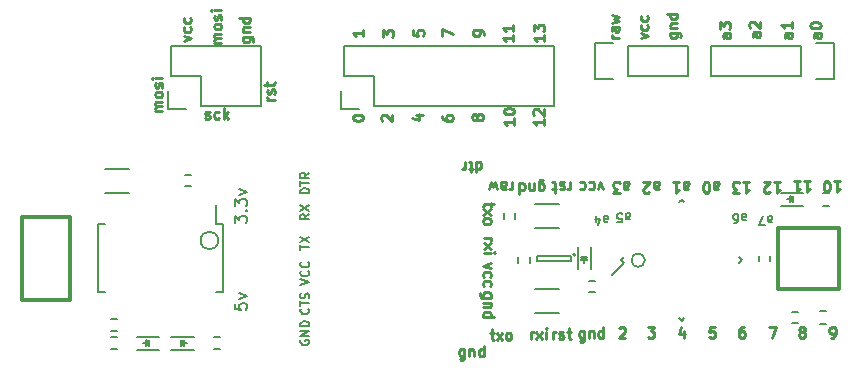
<source format=gto>
G04 #@! TF.FileFunction,Legend,Top*
%FSLAX46Y46*%
G04 Gerber Fmt 4.6, Leading zero omitted, Abs format (unit mm)*
G04 Created by KiCad (PCBNEW 4.0.0-stable) date Wednesday, February 03, 2016 'PMt' 01:26:16 PM*
%MOMM*%
G01*
G04 APERTURE LIST*
%ADD10C,0.100000*%
%ADD11C,0.225000*%
%ADD12C,0.187500*%
%ADD13C,0.350000*%
%ADD14C,0.150000*%
%ADD15C,0.300000*%
%ADD16C,0.127000*%
G04 APERTURE END LIST*
D10*
D11*
X126807143Y-110571429D02*
X126807143Y-111085714D01*
X126807143Y-110828572D02*
X125907143Y-110828572D01*
X126035714Y-110914286D01*
X126121429Y-111000000D01*
X126164286Y-111085714D01*
X125992857Y-110228571D02*
X125950000Y-110185714D01*
X125907143Y-110100000D01*
X125907143Y-109885714D01*
X125950000Y-109800000D01*
X125992857Y-109757143D01*
X126078571Y-109714286D01*
X126164286Y-109714286D01*
X126292857Y-109757143D01*
X126807143Y-110271429D01*
X126807143Y-109714286D01*
X124307143Y-110521429D02*
X124307143Y-111035714D01*
X124307143Y-110778572D02*
X123407143Y-110778572D01*
X123535714Y-110864286D01*
X123621429Y-110950000D01*
X123664286Y-111035714D01*
X123407143Y-109964286D02*
X123407143Y-109878571D01*
X123450000Y-109792857D01*
X123492857Y-109750000D01*
X123578571Y-109707143D01*
X123750000Y-109664286D01*
X123964286Y-109664286D01*
X124135714Y-109707143D01*
X124221429Y-109750000D01*
X124264286Y-109792857D01*
X124307143Y-109878571D01*
X124307143Y-109964286D01*
X124264286Y-110050000D01*
X124221429Y-110092857D01*
X124135714Y-110135714D01*
X123964286Y-110178571D01*
X123750000Y-110178571D01*
X123578571Y-110135714D01*
X123492857Y-110092857D01*
X123450000Y-110050000D01*
X123407143Y-109964286D01*
X121142857Y-110485714D02*
X121100000Y-110571428D01*
X121057143Y-110614285D01*
X120971429Y-110657142D01*
X120928571Y-110657142D01*
X120842857Y-110614285D01*
X120800000Y-110571428D01*
X120757143Y-110485714D01*
X120757143Y-110314285D01*
X120800000Y-110228571D01*
X120842857Y-110185714D01*
X120928571Y-110142857D01*
X120971429Y-110142857D01*
X121057143Y-110185714D01*
X121100000Y-110228571D01*
X121142857Y-110314285D01*
X121142857Y-110485714D01*
X121185714Y-110571428D01*
X121228571Y-110614285D01*
X121314286Y-110657142D01*
X121485714Y-110657142D01*
X121571429Y-110614285D01*
X121614286Y-110571428D01*
X121657143Y-110485714D01*
X121657143Y-110314285D01*
X121614286Y-110228571D01*
X121571429Y-110185714D01*
X121485714Y-110142857D01*
X121314286Y-110142857D01*
X121228571Y-110185714D01*
X121185714Y-110228571D01*
X121142857Y-110314285D01*
X118207143Y-110278571D02*
X118207143Y-110450000D01*
X118250000Y-110535714D01*
X118292857Y-110578571D01*
X118421429Y-110664285D01*
X118592857Y-110707142D01*
X118935714Y-110707142D01*
X119021429Y-110664285D01*
X119064286Y-110621428D01*
X119107143Y-110535714D01*
X119107143Y-110364285D01*
X119064286Y-110278571D01*
X119021429Y-110235714D01*
X118935714Y-110192857D01*
X118721429Y-110192857D01*
X118635714Y-110235714D01*
X118592857Y-110278571D01*
X118550000Y-110364285D01*
X118550000Y-110535714D01*
X118592857Y-110621428D01*
X118635714Y-110664285D01*
X118721429Y-110707142D01*
X115957143Y-110228571D02*
X116557143Y-110228571D01*
X115614286Y-110442857D02*
X116257143Y-110657142D01*
X116257143Y-110100000D01*
X113142857Y-110707142D02*
X113100000Y-110664285D01*
X113057143Y-110578571D01*
X113057143Y-110364285D01*
X113100000Y-110278571D01*
X113142857Y-110235714D01*
X113228571Y-110192857D01*
X113314286Y-110192857D01*
X113442857Y-110235714D01*
X113957143Y-110750000D01*
X113957143Y-110192857D01*
X110607143Y-110492857D02*
X110607143Y-110407142D01*
X110650000Y-110321428D01*
X110692857Y-110278571D01*
X110778571Y-110235714D01*
X110950000Y-110192857D01*
X111164286Y-110192857D01*
X111335714Y-110235714D01*
X111421429Y-110278571D01*
X111464286Y-110321428D01*
X111507143Y-110407142D01*
X111507143Y-110492857D01*
X111464286Y-110578571D01*
X111421429Y-110621428D01*
X111335714Y-110664285D01*
X111164286Y-110707142D01*
X110950000Y-110707142D01*
X110778571Y-110664285D01*
X110692857Y-110621428D01*
X110650000Y-110578571D01*
X110607143Y-110492857D01*
X126857143Y-103421429D02*
X126857143Y-103935714D01*
X126857143Y-103678572D02*
X125957143Y-103678572D01*
X126085714Y-103764286D01*
X126171429Y-103850000D01*
X126214286Y-103935714D01*
X125957143Y-103121429D02*
X125957143Y-102564286D01*
X126300000Y-102864286D01*
X126300000Y-102735714D01*
X126342857Y-102650000D01*
X126385714Y-102607143D01*
X126471429Y-102564286D01*
X126685714Y-102564286D01*
X126771429Y-102607143D01*
X126814286Y-102650000D01*
X126857143Y-102735714D01*
X126857143Y-102992857D01*
X126814286Y-103078571D01*
X126771429Y-103121429D01*
X124207143Y-103421429D02*
X124207143Y-103935714D01*
X124207143Y-103678572D02*
X123307143Y-103678572D01*
X123435714Y-103764286D01*
X123521429Y-103850000D01*
X123564286Y-103935714D01*
X124207143Y-102564286D02*
X124207143Y-103078571D01*
X124207143Y-102821429D02*
X123307143Y-102821429D01*
X123435714Y-102907143D01*
X123521429Y-102992857D01*
X123564286Y-103078571D01*
X121707143Y-103421428D02*
X121707143Y-103250000D01*
X121664286Y-103164285D01*
X121621429Y-103121428D01*
X121492857Y-103035714D01*
X121321429Y-102992857D01*
X120978571Y-102992857D01*
X120892857Y-103035714D01*
X120850000Y-103078571D01*
X120807143Y-103164285D01*
X120807143Y-103335714D01*
X120850000Y-103421428D01*
X120892857Y-103464285D01*
X120978571Y-103507142D01*
X121192857Y-103507142D01*
X121278571Y-103464285D01*
X121321429Y-103421428D01*
X121364286Y-103335714D01*
X121364286Y-103164285D01*
X121321429Y-103078571D01*
X121278571Y-103035714D01*
X121192857Y-102992857D01*
X118207143Y-103550000D02*
X118207143Y-102950000D01*
X119107143Y-103335714D01*
X115757143Y-103035714D02*
X115757143Y-103464285D01*
X116185714Y-103507142D01*
X116142857Y-103464285D01*
X116100000Y-103378571D01*
X116100000Y-103164285D01*
X116142857Y-103078571D01*
X116185714Y-103035714D01*
X116271429Y-102992857D01*
X116485714Y-102992857D01*
X116571429Y-103035714D01*
X116614286Y-103078571D01*
X116657143Y-103164285D01*
X116657143Y-103378571D01*
X116614286Y-103464285D01*
X116571429Y-103507142D01*
X113157143Y-103600000D02*
X113157143Y-103042857D01*
X113500000Y-103342857D01*
X113500000Y-103214285D01*
X113542857Y-103128571D01*
X113585714Y-103085714D01*
X113671429Y-103042857D01*
X113885714Y-103042857D01*
X113971429Y-103085714D01*
X114014286Y-103128571D01*
X114057143Y-103214285D01*
X114057143Y-103471428D01*
X114014286Y-103557142D01*
X113971429Y-103600000D01*
X111507143Y-103042857D02*
X111507143Y-103557142D01*
X111507143Y-103300000D02*
X110607143Y-103300000D01*
X110735714Y-103385714D01*
X110821429Y-103471428D01*
X110864286Y-103557142D01*
X104007143Y-108935714D02*
X103407143Y-108935714D01*
X103578571Y-108935714D02*
X103492857Y-108892857D01*
X103450000Y-108850000D01*
X103407143Y-108764286D01*
X103407143Y-108678571D01*
X103964286Y-108421428D02*
X104007143Y-108335714D01*
X104007143Y-108164286D01*
X103964286Y-108078571D01*
X103878571Y-108035714D01*
X103835714Y-108035714D01*
X103750000Y-108078571D01*
X103707143Y-108164286D01*
X103707143Y-108292857D01*
X103664286Y-108378571D01*
X103578571Y-108421428D01*
X103535714Y-108421428D01*
X103450000Y-108378571D01*
X103407143Y-108292857D01*
X103407143Y-108164286D01*
X103450000Y-108078571D01*
X103407143Y-107778572D02*
X103407143Y-107435715D01*
X103107143Y-107650000D02*
X103878571Y-107650000D01*
X103964286Y-107607143D01*
X104007143Y-107521429D01*
X104007143Y-107435715D01*
X98157144Y-110514286D02*
X98242858Y-110557143D01*
X98414286Y-110557143D01*
X98500001Y-110514286D01*
X98542858Y-110428571D01*
X98542858Y-110385714D01*
X98500001Y-110300000D01*
X98414286Y-110257143D01*
X98285715Y-110257143D01*
X98200001Y-110214286D01*
X98157144Y-110128571D01*
X98157144Y-110085714D01*
X98200001Y-110000000D01*
X98285715Y-109957143D01*
X98414286Y-109957143D01*
X98500001Y-110000000D01*
X99314286Y-110514286D02*
X99228572Y-110557143D01*
X99057143Y-110557143D01*
X98971429Y-110514286D01*
X98928572Y-110471429D01*
X98885715Y-110385714D01*
X98885715Y-110128571D01*
X98928572Y-110042857D01*
X98971429Y-110000000D01*
X99057143Y-109957143D01*
X99228572Y-109957143D01*
X99314286Y-110000000D01*
X99700001Y-110557143D02*
X99700001Y-109657143D01*
X99785715Y-110214286D02*
X100042858Y-110557143D01*
X100042858Y-109957143D02*
X99700001Y-110300000D01*
X94507143Y-109871428D02*
X93907143Y-109871428D01*
X93992857Y-109871428D02*
X93950000Y-109828571D01*
X93907143Y-109742857D01*
X93907143Y-109614285D01*
X93950000Y-109528571D01*
X94035714Y-109485714D01*
X94507143Y-109485714D01*
X94035714Y-109485714D02*
X93950000Y-109442857D01*
X93907143Y-109357143D01*
X93907143Y-109228571D01*
X93950000Y-109142857D01*
X94035714Y-109100000D01*
X94507143Y-109100000D01*
X94507143Y-108542857D02*
X94464286Y-108628571D01*
X94421429Y-108671428D01*
X94335714Y-108714285D01*
X94078571Y-108714285D01*
X93992857Y-108671428D01*
X93950000Y-108628571D01*
X93907143Y-108542857D01*
X93907143Y-108414285D01*
X93950000Y-108328571D01*
X93992857Y-108285714D01*
X94078571Y-108242857D01*
X94335714Y-108242857D01*
X94421429Y-108285714D01*
X94464286Y-108328571D01*
X94507143Y-108414285D01*
X94507143Y-108542857D01*
X94464286Y-107899999D02*
X94507143Y-107814285D01*
X94507143Y-107642857D01*
X94464286Y-107557142D01*
X94378571Y-107514285D01*
X94335714Y-107514285D01*
X94250000Y-107557142D01*
X94207143Y-107642857D01*
X94207143Y-107771428D01*
X94164286Y-107857142D01*
X94078571Y-107899999D01*
X94035714Y-107899999D01*
X93950000Y-107857142D01*
X93907143Y-107771428D01*
X93907143Y-107642857D01*
X93950000Y-107557142D01*
X94507143Y-107128571D02*
X93907143Y-107128571D01*
X93607143Y-107128571D02*
X93650000Y-107171428D01*
X93692857Y-107128571D01*
X93650000Y-107085714D01*
X93607143Y-107128571D01*
X93692857Y-107128571D01*
X99507143Y-104121428D02*
X98907143Y-104121428D01*
X98992857Y-104121428D02*
X98950000Y-104078571D01*
X98907143Y-103992857D01*
X98907143Y-103864285D01*
X98950000Y-103778571D01*
X99035714Y-103735714D01*
X99507143Y-103735714D01*
X99035714Y-103735714D02*
X98950000Y-103692857D01*
X98907143Y-103607143D01*
X98907143Y-103478571D01*
X98950000Y-103392857D01*
X99035714Y-103350000D01*
X99507143Y-103350000D01*
X99507143Y-102792857D02*
X99464286Y-102878571D01*
X99421429Y-102921428D01*
X99335714Y-102964285D01*
X99078571Y-102964285D01*
X98992857Y-102921428D01*
X98950000Y-102878571D01*
X98907143Y-102792857D01*
X98907143Y-102664285D01*
X98950000Y-102578571D01*
X98992857Y-102535714D01*
X99078571Y-102492857D01*
X99335714Y-102492857D01*
X99421429Y-102535714D01*
X99464286Y-102578571D01*
X99507143Y-102664285D01*
X99507143Y-102792857D01*
X99464286Y-102149999D02*
X99507143Y-102064285D01*
X99507143Y-101892857D01*
X99464286Y-101807142D01*
X99378571Y-101764285D01*
X99335714Y-101764285D01*
X99250000Y-101807142D01*
X99207143Y-101892857D01*
X99207143Y-102021428D01*
X99164286Y-102107142D01*
X99078571Y-102149999D01*
X99035714Y-102149999D01*
X98950000Y-102107142D01*
X98907143Y-102021428D01*
X98907143Y-101892857D01*
X98950000Y-101807142D01*
X99507143Y-101378571D02*
X98907143Y-101378571D01*
X98607143Y-101378571D02*
X98650000Y-101421428D01*
X98692857Y-101378571D01*
X98650000Y-101335714D01*
X98607143Y-101378571D01*
X98692857Y-101378571D01*
X101307143Y-103621429D02*
X102035714Y-103621429D01*
X102121429Y-103664286D01*
X102164286Y-103707143D01*
X102207143Y-103792858D01*
X102207143Y-103921429D01*
X102164286Y-104007143D01*
X101864286Y-103621429D02*
X101907143Y-103707143D01*
X101907143Y-103878572D01*
X101864286Y-103964286D01*
X101821429Y-104007143D01*
X101735714Y-104050000D01*
X101478571Y-104050000D01*
X101392857Y-104007143D01*
X101350000Y-103964286D01*
X101307143Y-103878572D01*
X101307143Y-103707143D01*
X101350000Y-103621429D01*
X101307143Y-103192857D02*
X101907143Y-103192857D01*
X101392857Y-103192857D02*
X101350000Y-103150000D01*
X101307143Y-103064286D01*
X101307143Y-102935714D01*
X101350000Y-102850000D01*
X101435714Y-102807143D01*
X101907143Y-102807143D01*
X101907143Y-101992857D02*
X101007143Y-101992857D01*
X101864286Y-101992857D02*
X101907143Y-102078571D01*
X101907143Y-102250000D01*
X101864286Y-102335714D01*
X101821429Y-102378571D01*
X101735714Y-102421428D01*
X101478571Y-102421428D01*
X101392857Y-102378571D01*
X101350000Y-102335714D01*
X101307143Y-102250000D01*
X101307143Y-102078571D01*
X101350000Y-101992857D01*
X96307143Y-103935715D02*
X96907143Y-103721429D01*
X96307143Y-103507143D01*
X96864286Y-102778572D02*
X96907143Y-102864286D01*
X96907143Y-103035715D01*
X96864286Y-103121429D01*
X96821429Y-103164286D01*
X96735714Y-103207143D01*
X96478571Y-103207143D01*
X96392857Y-103164286D01*
X96350000Y-103121429D01*
X96307143Y-103035715D01*
X96307143Y-102864286D01*
X96350000Y-102778572D01*
X96864286Y-102007143D02*
X96907143Y-102092857D01*
X96907143Y-102264286D01*
X96864286Y-102350000D01*
X96821429Y-102392857D01*
X96735714Y-102435714D01*
X96478571Y-102435714D01*
X96392857Y-102392857D01*
X96350000Y-102350000D01*
X96307143Y-102264286D01*
X96307143Y-102092857D01*
X96350000Y-102007143D01*
X150257143Y-103285714D02*
X149785714Y-103285714D01*
X149700000Y-103328571D01*
X149657143Y-103414285D01*
X149657143Y-103585714D01*
X149700000Y-103671428D01*
X150214286Y-103285714D02*
X150257143Y-103371428D01*
X150257143Y-103585714D01*
X150214286Y-103671428D01*
X150128571Y-103714285D01*
X150042857Y-103714285D01*
X149957143Y-103671428D01*
X149914286Y-103585714D01*
X149914286Y-103371428D01*
X149871429Y-103285714D01*
X149357143Y-102685714D02*
X149357143Y-102599999D01*
X149400000Y-102514285D01*
X149442857Y-102471428D01*
X149528571Y-102428571D01*
X149700000Y-102385714D01*
X149914286Y-102385714D01*
X150085714Y-102428571D01*
X150171429Y-102471428D01*
X150214286Y-102514285D01*
X150257143Y-102599999D01*
X150257143Y-102685714D01*
X150214286Y-102771428D01*
X150171429Y-102814285D01*
X150085714Y-102857142D01*
X149914286Y-102899999D01*
X149700000Y-102899999D01*
X149528571Y-102857142D01*
X149442857Y-102814285D01*
X149400000Y-102771428D01*
X149357143Y-102685714D01*
X147807143Y-103285714D02*
X147335714Y-103285714D01*
X147250000Y-103328571D01*
X147207143Y-103414285D01*
X147207143Y-103585714D01*
X147250000Y-103671428D01*
X147764286Y-103285714D02*
X147807143Y-103371428D01*
X147807143Y-103585714D01*
X147764286Y-103671428D01*
X147678571Y-103714285D01*
X147592857Y-103714285D01*
X147507143Y-103671428D01*
X147464286Y-103585714D01*
X147464286Y-103371428D01*
X147421429Y-103285714D01*
X147807143Y-102385714D02*
X147807143Y-102899999D01*
X147807143Y-102642857D02*
X146907143Y-102642857D01*
X147035714Y-102728571D01*
X147121429Y-102814285D01*
X147164286Y-102899999D01*
X145107143Y-103235714D02*
X144635714Y-103235714D01*
X144550000Y-103278571D01*
X144507143Y-103364285D01*
X144507143Y-103535714D01*
X144550000Y-103621428D01*
X145064286Y-103235714D02*
X145107143Y-103321428D01*
X145107143Y-103535714D01*
X145064286Y-103621428D01*
X144978571Y-103664285D01*
X144892857Y-103664285D01*
X144807143Y-103621428D01*
X144764286Y-103535714D01*
X144764286Y-103321428D01*
X144721429Y-103235714D01*
X144292857Y-102849999D02*
X144250000Y-102807142D01*
X144207143Y-102721428D01*
X144207143Y-102507142D01*
X144250000Y-102421428D01*
X144292857Y-102378571D01*
X144378571Y-102335714D01*
X144464286Y-102335714D01*
X144592857Y-102378571D01*
X145107143Y-102892857D01*
X145107143Y-102335714D01*
X142607143Y-103285714D02*
X142135714Y-103285714D01*
X142050000Y-103328571D01*
X142007143Y-103414285D01*
X142007143Y-103585714D01*
X142050000Y-103671428D01*
X142564286Y-103285714D02*
X142607143Y-103371428D01*
X142607143Y-103585714D01*
X142564286Y-103671428D01*
X142478571Y-103714285D01*
X142392857Y-103714285D01*
X142307143Y-103671428D01*
X142264286Y-103585714D01*
X142264286Y-103371428D01*
X142221429Y-103285714D01*
X141707143Y-102942857D02*
X141707143Y-102385714D01*
X142050000Y-102685714D01*
X142050000Y-102557142D01*
X142092857Y-102471428D01*
X142135714Y-102428571D01*
X142221429Y-102385714D01*
X142435714Y-102385714D01*
X142521429Y-102428571D01*
X142564286Y-102471428D01*
X142607143Y-102557142D01*
X142607143Y-102814285D01*
X142564286Y-102899999D01*
X142521429Y-102942857D01*
X137507143Y-103271429D02*
X138235714Y-103271429D01*
X138321429Y-103314286D01*
X138364286Y-103357143D01*
X138407143Y-103442858D01*
X138407143Y-103571429D01*
X138364286Y-103657143D01*
X138064286Y-103271429D02*
X138107143Y-103357143D01*
X138107143Y-103528572D01*
X138064286Y-103614286D01*
X138021429Y-103657143D01*
X137935714Y-103700000D01*
X137678571Y-103700000D01*
X137592857Y-103657143D01*
X137550000Y-103614286D01*
X137507143Y-103528572D01*
X137507143Y-103357143D01*
X137550000Y-103271429D01*
X137507143Y-102842857D02*
X138107143Y-102842857D01*
X137592857Y-102842857D02*
X137550000Y-102800000D01*
X137507143Y-102714286D01*
X137507143Y-102585714D01*
X137550000Y-102500000D01*
X137635714Y-102457143D01*
X138107143Y-102457143D01*
X138107143Y-101642857D02*
X137207143Y-101642857D01*
X138064286Y-101642857D02*
X138107143Y-101728571D01*
X138107143Y-101900000D01*
X138064286Y-101985714D01*
X138021429Y-102028571D01*
X137935714Y-102071428D01*
X137678571Y-102071428D01*
X137592857Y-102028571D01*
X137550000Y-101985714D01*
X137507143Y-101900000D01*
X137507143Y-101728571D01*
X137550000Y-101642857D01*
X135007143Y-103735715D02*
X135607143Y-103521429D01*
X135007143Y-103307143D01*
X135564286Y-102578572D02*
X135607143Y-102664286D01*
X135607143Y-102835715D01*
X135564286Y-102921429D01*
X135521429Y-102964286D01*
X135435714Y-103007143D01*
X135178571Y-103007143D01*
X135092857Y-102964286D01*
X135050000Y-102921429D01*
X135007143Y-102835715D01*
X135007143Y-102664286D01*
X135050000Y-102578572D01*
X135564286Y-101807143D02*
X135607143Y-101892857D01*
X135607143Y-102064286D01*
X135564286Y-102150000D01*
X135521429Y-102192857D01*
X135435714Y-102235714D01*
X135178571Y-102235714D01*
X135092857Y-102192857D01*
X135050000Y-102150000D01*
X135007143Y-102064286D01*
X135007143Y-101892857D01*
X135050000Y-101807143D01*
X133157143Y-103692857D02*
X132557143Y-103692857D01*
X132728571Y-103692857D02*
X132642857Y-103650000D01*
X132600000Y-103607143D01*
X132557143Y-103521429D01*
X132557143Y-103435714D01*
X133157143Y-102750000D02*
X132685714Y-102750000D01*
X132600000Y-102792857D01*
X132557143Y-102878571D01*
X132557143Y-103050000D01*
X132600000Y-103135714D01*
X133114286Y-102750000D02*
X133157143Y-102835714D01*
X133157143Y-103050000D01*
X133114286Y-103135714D01*
X133028571Y-103178571D01*
X132942857Y-103178571D01*
X132857143Y-103135714D01*
X132814286Y-103050000D01*
X132814286Y-102835714D01*
X132771429Y-102750000D01*
X132557143Y-102407143D02*
X133157143Y-102235714D01*
X132728571Y-102064285D01*
X133157143Y-101892857D01*
X132557143Y-101721428D01*
D12*
X131896428Y-118760714D02*
X131896428Y-119153571D01*
X131932142Y-119225000D01*
X132003571Y-119260714D01*
X132146428Y-119260714D01*
X132217857Y-119225000D01*
X131896428Y-118796429D02*
X131967857Y-118760714D01*
X132146428Y-118760714D01*
X132217857Y-118796429D01*
X132253571Y-118867857D01*
X132253571Y-118939286D01*
X132217857Y-119010714D01*
X132146428Y-119046429D01*
X131967857Y-119046429D01*
X131896428Y-119082143D01*
X131217857Y-119260714D02*
X131217857Y-118760714D01*
X131396428Y-119546429D02*
X131575000Y-119010714D01*
X131110714Y-119010714D01*
X133746428Y-118560714D02*
X133746428Y-118953571D01*
X133782142Y-119025000D01*
X133853571Y-119060714D01*
X133996428Y-119060714D01*
X134067857Y-119025000D01*
X133746428Y-118596429D02*
X133817857Y-118560714D01*
X133996428Y-118560714D01*
X134067857Y-118596429D01*
X134103571Y-118667857D01*
X134103571Y-118739286D01*
X134067857Y-118810714D01*
X133996428Y-118846429D01*
X133817857Y-118846429D01*
X133746428Y-118882143D01*
X133032143Y-119310714D02*
X133389286Y-119310714D01*
X133425000Y-118953571D01*
X133389286Y-118989286D01*
X133317857Y-119025000D01*
X133139286Y-119025000D01*
X133067857Y-118989286D01*
X133032143Y-118953571D01*
X132996428Y-118882143D01*
X132996428Y-118703571D01*
X133032143Y-118632143D01*
X133067857Y-118596429D01*
X133139286Y-118560714D01*
X133317857Y-118560714D01*
X133389286Y-118596429D01*
X133425000Y-118632143D01*
X143596428Y-118610714D02*
X143596428Y-119003571D01*
X143632142Y-119075000D01*
X143703571Y-119110714D01*
X143846428Y-119110714D01*
X143917857Y-119075000D01*
X143596428Y-118646429D02*
X143667857Y-118610714D01*
X143846428Y-118610714D01*
X143917857Y-118646429D01*
X143953571Y-118717857D01*
X143953571Y-118789286D01*
X143917857Y-118860714D01*
X143846428Y-118896429D01*
X143667857Y-118896429D01*
X143596428Y-118932143D01*
X142917857Y-119360714D02*
X143060714Y-119360714D01*
X143132143Y-119325000D01*
X143167857Y-119289286D01*
X143239286Y-119182143D01*
X143275000Y-119039286D01*
X143275000Y-118753571D01*
X143239286Y-118682143D01*
X143203571Y-118646429D01*
X143132143Y-118610714D01*
X142989286Y-118610714D01*
X142917857Y-118646429D01*
X142882143Y-118682143D01*
X142846428Y-118753571D01*
X142846428Y-118932143D01*
X142882143Y-119003571D01*
X142917857Y-119039286D01*
X142989286Y-119075000D01*
X143132143Y-119075000D01*
X143203571Y-119039286D01*
X143239286Y-119003571D01*
X143275000Y-118932143D01*
X145796428Y-118810714D02*
X145796428Y-119203571D01*
X145832142Y-119275000D01*
X145903571Y-119310714D01*
X146046428Y-119310714D01*
X146117857Y-119275000D01*
X145796428Y-118846429D02*
X145867857Y-118810714D01*
X146046428Y-118810714D01*
X146117857Y-118846429D01*
X146153571Y-118917857D01*
X146153571Y-118989286D01*
X146117857Y-119060714D01*
X146046428Y-119096429D01*
X145867857Y-119096429D01*
X145796428Y-119132143D01*
X145510714Y-119560714D02*
X145010714Y-119560714D01*
X145332143Y-118810714D01*
D11*
X121092857Y-114192857D02*
X121092857Y-115092857D01*
X121092857Y-114235714D02*
X121178571Y-114192857D01*
X121350000Y-114192857D01*
X121435714Y-114235714D01*
X121478571Y-114278571D01*
X121521428Y-114364286D01*
X121521428Y-114621429D01*
X121478571Y-114707143D01*
X121435714Y-114750000D01*
X121350000Y-114792857D01*
X121178571Y-114792857D01*
X121092857Y-114750000D01*
X120792857Y-114792857D02*
X120450000Y-114792857D01*
X120664285Y-115092857D02*
X120664285Y-114321429D01*
X120621428Y-114235714D01*
X120535714Y-114192857D01*
X120450000Y-114192857D01*
X120149999Y-114192857D02*
X120149999Y-114792857D01*
X120149999Y-114621429D02*
X120107142Y-114707143D01*
X120064285Y-114750000D01*
X119978571Y-114792857D01*
X119892856Y-114792857D01*
X122292857Y-117657143D02*
X122292857Y-118000000D01*
X122592857Y-117785715D02*
X121821429Y-117785715D01*
X121735714Y-117828572D01*
X121692857Y-117914286D01*
X121692857Y-118000000D01*
X121692857Y-118214286D02*
X122292857Y-118685715D01*
X122292857Y-118214286D02*
X121692857Y-118685715D01*
X121692857Y-119157143D02*
X121735714Y-119071429D01*
X121778571Y-119028572D01*
X121864286Y-118985715D01*
X122121429Y-118985715D01*
X122207143Y-119028572D01*
X122250000Y-119071429D01*
X122292857Y-119157143D01*
X122292857Y-119285715D01*
X122250000Y-119371429D01*
X122207143Y-119414286D01*
X122121429Y-119457143D01*
X121864286Y-119457143D01*
X121778571Y-119414286D01*
X121735714Y-119371429D01*
X121692857Y-119285715D01*
X121692857Y-119157143D01*
X121742857Y-120607144D02*
X122342857Y-120607144D01*
X122171429Y-120607144D02*
X122257143Y-120650001D01*
X122300000Y-120692858D01*
X122342857Y-120778572D01*
X122342857Y-120864287D01*
X121742857Y-121078572D02*
X122342857Y-121550001D01*
X122342857Y-121078572D02*
X121742857Y-121550001D01*
X121742857Y-121892858D02*
X122342857Y-121892858D01*
X122642857Y-121892858D02*
X122600000Y-121850001D01*
X122557143Y-121892858D01*
X122600000Y-121935715D01*
X122642857Y-121892858D01*
X122557143Y-121892858D01*
X122292857Y-122764285D02*
X121692857Y-122978571D01*
X122292857Y-123192857D01*
X121735714Y-123921428D02*
X121692857Y-123835714D01*
X121692857Y-123664285D01*
X121735714Y-123578571D01*
X121778571Y-123535714D01*
X121864286Y-123492857D01*
X122121429Y-123492857D01*
X122207143Y-123535714D01*
X122250000Y-123578571D01*
X122292857Y-123664285D01*
X122292857Y-123835714D01*
X122250000Y-123921428D01*
X121735714Y-124692857D02*
X121692857Y-124607143D01*
X121692857Y-124435714D01*
X121735714Y-124350000D01*
X121778571Y-124307143D01*
X121864286Y-124264286D01*
X122121429Y-124264286D01*
X122207143Y-124307143D01*
X122250000Y-124350000D01*
X122292857Y-124435714D01*
X122292857Y-124607143D01*
X122250000Y-124692857D01*
X122292857Y-125678571D02*
X121564286Y-125678571D01*
X121478571Y-125635714D01*
X121435714Y-125592857D01*
X121392857Y-125507142D01*
X121392857Y-125378571D01*
X121435714Y-125292857D01*
X121735714Y-125678571D02*
X121692857Y-125592857D01*
X121692857Y-125421428D01*
X121735714Y-125335714D01*
X121778571Y-125292857D01*
X121864286Y-125250000D01*
X122121429Y-125250000D01*
X122207143Y-125292857D01*
X122250000Y-125335714D01*
X122292857Y-125421428D01*
X122292857Y-125592857D01*
X122250000Y-125678571D01*
X122292857Y-126107143D02*
X121692857Y-126107143D01*
X122207143Y-126107143D02*
X122250000Y-126150000D01*
X122292857Y-126235714D01*
X122292857Y-126364286D01*
X122250000Y-126450000D01*
X122164286Y-126492857D01*
X121692857Y-126492857D01*
X121692857Y-127307143D02*
X122592857Y-127307143D01*
X121735714Y-127307143D02*
X121692857Y-127221429D01*
X121692857Y-127050000D01*
X121735714Y-126964286D01*
X121778571Y-126921429D01*
X121864286Y-126878572D01*
X122121429Y-126878572D01*
X122207143Y-126921429D01*
X122250000Y-126964286D01*
X122292857Y-127050000D01*
X122292857Y-127221429D01*
X122250000Y-127307143D01*
X120078571Y-130057143D02*
X120078571Y-130785714D01*
X120035714Y-130871429D01*
X119992857Y-130914286D01*
X119907142Y-130957143D01*
X119778571Y-130957143D01*
X119692857Y-130914286D01*
X120078571Y-130614286D02*
X119992857Y-130657143D01*
X119821428Y-130657143D01*
X119735714Y-130614286D01*
X119692857Y-130571429D01*
X119650000Y-130485714D01*
X119650000Y-130228571D01*
X119692857Y-130142857D01*
X119735714Y-130100000D01*
X119821428Y-130057143D01*
X119992857Y-130057143D01*
X120078571Y-130100000D01*
X120507143Y-130057143D02*
X120507143Y-130657143D01*
X120507143Y-130142857D02*
X120550000Y-130100000D01*
X120635714Y-130057143D01*
X120764286Y-130057143D01*
X120850000Y-130100000D01*
X120892857Y-130185714D01*
X120892857Y-130657143D01*
X121707143Y-130657143D02*
X121707143Y-129757143D01*
X121707143Y-130614286D02*
X121621429Y-130657143D01*
X121450000Y-130657143D01*
X121364286Y-130614286D01*
X121321429Y-130571429D01*
X121278572Y-130485714D01*
X121278572Y-130228571D01*
X121321429Y-130142857D01*
X121364286Y-130100000D01*
X121450000Y-130057143D01*
X121621429Y-130057143D01*
X121707143Y-130100000D01*
X122257143Y-128657143D02*
X122600000Y-128657143D01*
X122385715Y-128357143D02*
X122385715Y-129128571D01*
X122428572Y-129214286D01*
X122514286Y-129257143D01*
X122600000Y-129257143D01*
X122814286Y-129257143D02*
X123285715Y-128657143D01*
X122814286Y-128657143D02*
X123285715Y-129257143D01*
X123757143Y-129257143D02*
X123671429Y-129214286D01*
X123628572Y-129171429D01*
X123585715Y-129085714D01*
X123585715Y-128828571D01*
X123628572Y-128742857D01*
X123671429Y-128700000D01*
X123757143Y-128657143D01*
X123885715Y-128657143D01*
X123971429Y-128700000D01*
X124014286Y-128742857D01*
X124057143Y-128828571D01*
X124057143Y-129085714D01*
X124014286Y-129171429D01*
X123971429Y-129214286D01*
X123885715Y-129257143D01*
X123757143Y-129257143D01*
X125707144Y-129157143D02*
X125707144Y-128557143D01*
X125707144Y-128728571D02*
X125750001Y-128642857D01*
X125792858Y-128600000D01*
X125878572Y-128557143D01*
X125964287Y-128557143D01*
X126178572Y-129157143D02*
X126650001Y-128557143D01*
X126178572Y-128557143D02*
X126650001Y-129157143D01*
X126992858Y-129157143D02*
X126992858Y-128557143D01*
X126992858Y-128257143D02*
X126950001Y-128300000D01*
X126992858Y-128342857D01*
X127035715Y-128300000D01*
X126992858Y-128257143D01*
X126992858Y-128342857D01*
X127614286Y-129157143D02*
X127614286Y-128557143D01*
X127614286Y-128728571D02*
X127657143Y-128642857D01*
X127700000Y-128600000D01*
X127785714Y-128557143D01*
X127871429Y-128557143D01*
X128128572Y-129114286D02*
X128214286Y-129157143D01*
X128385714Y-129157143D01*
X128471429Y-129114286D01*
X128514286Y-129028571D01*
X128514286Y-128985714D01*
X128471429Y-128900000D01*
X128385714Y-128857143D01*
X128257143Y-128857143D01*
X128171429Y-128814286D01*
X128128572Y-128728571D01*
X128128572Y-128685714D01*
X128171429Y-128600000D01*
X128257143Y-128557143D01*
X128385714Y-128557143D01*
X128471429Y-128600000D01*
X128771428Y-128557143D02*
X129114285Y-128557143D01*
X128900000Y-128257143D02*
X128900000Y-129028571D01*
X128942857Y-129114286D01*
X129028571Y-129157143D01*
X129114285Y-129157143D01*
X130228571Y-128507143D02*
X130228571Y-129235714D01*
X130185714Y-129321429D01*
X130142857Y-129364286D01*
X130057142Y-129407143D01*
X129928571Y-129407143D01*
X129842857Y-129364286D01*
X130228571Y-129064286D02*
X130142857Y-129107143D01*
X129971428Y-129107143D01*
X129885714Y-129064286D01*
X129842857Y-129021429D01*
X129800000Y-128935714D01*
X129800000Y-128678571D01*
X129842857Y-128592857D01*
X129885714Y-128550000D01*
X129971428Y-128507143D01*
X130142857Y-128507143D01*
X130228571Y-128550000D01*
X130657143Y-128507143D02*
X130657143Y-129107143D01*
X130657143Y-128592857D02*
X130700000Y-128550000D01*
X130785714Y-128507143D01*
X130914286Y-128507143D01*
X131000000Y-128550000D01*
X131042857Y-128635714D01*
X131042857Y-129107143D01*
X131857143Y-129107143D02*
X131857143Y-128207143D01*
X131857143Y-129064286D02*
X131771429Y-129107143D01*
X131600000Y-129107143D01*
X131514286Y-129064286D01*
X131471429Y-129021429D01*
X131428572Y-128935714D01*
X131428572Y-128678571D01*
X131471429Y-128592857D01*
X131514286Y-128550000D01*
X131600000Y-128507143D01*
X131771429Y-128507143D01*
X131857143Y-128550000D01*
X133192858Y-128292857D02*
X133235715Y-128250000D01*
X133321429Y-128207143D01*
X133535715Y-128207143D01*
X133621429Y-128250000D01*
X133664286Y-128292857D01*
X133707143Y-128378571D01*
X133707143Y-128464286D01*
X133664286Y-128592857D01*
X133150000Y-129107143D01*
X133707143Y-129107143D01*
X135600000Y-128207143D02*
X136157143Y-128207143D01*
X135857143Y-128550000D01*
X135985715Y-128550000D01*
X136071429Y-128592857D01*
X136114286Y-128635714D01*
X136157143Y-128721429D01*
X136157143Y-128935714D01*
X136114286Y-129021429D01*
X136071429Y-129064286D01*
X135985715Y-129107143D01*
X135728572Y-129107143D01*
X135642858Y-129064286D01*
X135600000Y-129021429D01*
X138671429Y-128507143D02*
X138671429Y-129107143D01*
X138457143Y-128164286D02*
X138242858Y-128807143D01*
X138800000Y-128807143D01*
X141264286Y-128207143D02*
X140835715Y-128207143D01*
X140792858Y-128635714D01*
X140835715Y-128592857D01*
X140921429Y-128550000D01*
X141135715Y-128550000D01*
X141221429Y-128592857D01*
X141264286Y-128635714D01*
X141307143Y-128721429D01*
X141307143Y-128935714D01*
X141264286Y-129021429D01*
X141221429Y-129064286D01*
X141135715Y-129107143D01*
X140921429Y-129107143D01*
X140835715Y-129064286D01*
X140792858Y-129021429D01*
X143721429Y-128207143D02*
X143550000Y-128207143D01*
X143464286Y-128250000D01*
X143421429Y-128292857D01*
X143335715Y-128421429D01*
X143292858Y-128592857D01*
X143292858Y-128935714D01*
X143335715Y-129021429D01*
X143378572Y-129064286D01*
X143464286Y-129107143D01*
X143635715Y-129107143D01*
X143721429Y-129064286D01*
X143764286Y-129021429D01*
X143807143Y-128935714D01*
X143807143Y-128721429D01*
X143764286Y-128635714D01*
X143721429Y-128592857D01*
X143635715Y-128550000D01*
X143464286Y-128550000D01*
X143378572Y-128592857D01*
X143335715Y-128635714D01*
X143292858Y-128721429D01*
X145900000Y-128207143D02*
X146500000Y-128207143D01*
X146114286Y-129107143D01*
X148614286Y-128592857D02*
X148528572Y-128550000D01*
X148485715Y-128507143D01*
X148442858Y-128421429D01*
X148442858Y-128378571D01*
X148485715Y-128292857D01*
X148528572Y-128250000D01*
X148614286Y-128207143D01*
X148785715Y-128207143D01*
X148871429Y-128250000D01*
X148914286Y-128292857D01*
X148957143Y-128378571D01*
X148957143Y-128421429D01*
X148914286Y-128507143D01*
X148871429Y-128550000D01*
X148785715Y-128592857D01*
X148614286Y-128592857D01*
X148528572Y-128635714D01*
X148485715Y-128678571D01*
X148442858Y-128764286D01*
X148442858Y-128935714D01*
X148485715Y-129021429D01*
X148528572Y-129064286D01*
X148614286Y-129107143D01*
X148785715Y-129107143D01*
X148871429Y-129064286D01*
X148914286Y-129021429D01*
X148957143Y-128935714D01*
X148957143Y-128764286D01*
X148914286Y-128678571D01*
X148871429Y-128635714D01*
X148785715Y-128592857D01*
X151078572Y-129107143D02*
X151250000Y-129107143D01*
X151335715Y-129064286D01*
X151378572Y-129021429D01*
X151464286Y-128892857D01*
X151507143Y-128721429D01*
X151507143Y-128378571D01*
X151464286Y-128292857D01*
X151421429Y-128250000D01*
X151335715Y-128207143D01*
X151164286Y-128207143D01*
X151078572Y-128250000D01*
X151035715Y-128292857D01*
X150992858Y-128378571D01*
X150992858Y-128592857D01*
X151035715Y-128678571D01*
X151078572Y-128721429D01*
X151164286Y-128764286D01*
X151335715Y-128764286D01*
X151421429Y-128721429D01*
X151464286Y-128678571D01*
X151507143Y-128592857D01*
X151371429Y-115842857D02*
X151885714Y-115842857D01*
X151628572Y-115842857D02*
X151628572Y-116742857D01*
X151714286Y-116614286D01*
X151800000Y-116528571D01*
X151885714Y-116485714D01*
X150814286Y-116742857D02*
X150728571Y-116742857D01*
X150642857Y-116700000D01*
X150600000Y-116657143D01*
X150557143Y-116571429D01*
X150514286Y-116400000D01*
X150514286Y-116185714D01*
X150557143Y-116014286D01*
X150600000Y-115928571D01*
X150642857Y-115885714D01*
X150728571Y-115842857D01*
X150814286Y-115842857D01*
X150900000Y-115885714D01*
X150942857Y-115928571D01*
X150985714Y-116014286D01*
X151028571Y-116185714D01*
X151028571Y-116400000D01*
X150985714Y-116571429D01*
X150942857Y-116657143D01*
X150900000Y-116700000D01*
X150814286Y-116742857D01*
X148821429Y-115842857D02*
X149335714Y-115842857D01*
X149078572Y-115842857D02*
X149078572Y-116742857D01*
X149164286Y-116614286D01*
X149250000Y-116528571D01*
X149335714Y-116485714D01*
X147964286Y-115842857D02*
X148478571Y-115842857D01*
X148221429Y-115842857D02*
X148221429Y-116742857D01*
X148307143Y-116614286D01*
X148392857Y-116528571D01*
X148478571Y-116485714D01*
X146271429Y-115892857D02*
X146785714Y-115892857D01*
X146528572Y-115892857D02*
X146528572Y-116792857D01*
X146614286Y-116664286D01*
X146700000Y-116578571D01*
X146785714Y-116535714D01*
X145928571Y-116707143D02*
X145885714Y-116750000D01*
X145800000Y-116792857D01*
X145585714Y-116792857D01*
X145500000Y-116750000D01*
X145457143Y-116707143D01*
X145414286Y-116621429D01*
X145414286Y-116535714D01*
X145457143Y-116407143D01*
X145971429Y-115892857D01*
X145414286Y-115892857D01*
X143671429Y-115892857D02*
X144185714Y-115892857D01*
X143928572Y-115892857D02*
X143928572Y-116792857D01*
X144014286Y-116664286D01*
X144100000Y-116578571D01*
X144185714Y-116535714D01*
X143371429Y-116792857D02*
X142814286Y-116792857D01*
X143114286Y-116450000D01*
X142985714Y-116450000D01*
X142900000Y-116407143D01*
X142857143Y-116364286D01*
X142814286Y-116278571D01*
X142814286Y-116064286D01*
X142857143Y-115978571D01*
X142900000Y-115935714D01*
X142985714Y-115892857D01*
X143242857Y-115892857D01*
X143328571Y-115935714D01*
X143371429Y-115978571D01*
X141185714Y-115892857D02*
X141185714Y-116364286D01*
X141228571Y-116450000D01*
X141314285Y-116492857D01*
X141485714Y-116492857D01*
X141571428Y-116450000D01*
X141185714Y-115935714D02*
X141271428Y-115892857D01*
X141485714Y-115892857D01*
X141571428Y-115935714D01*
X141614285Y-116021429D01*
X141614285Y-116107143D01*
X141571428Y-116192857D01*
X141485714Y-116235714D01*
X141271428Y-116235714D01*
X141185714Y-116278571D01*
X140585714Y-116792857D02*
X140499999Y-116792857D01*
X140414285Y-116750000D01*
X140371428Y-116707143D01*
X140328571Y-116621429D01*
X140285714Y-116450000D01*
X140285714Y-116235714D01*
X140328571Y-116064286D01*
X140371428Y-115978571D01*
X140414285Y-115935714D01*
X140499999Y-115892857D01*
X140585714Y-115892857D01*
X140671428Y-115935714D01*
X140714285Y-115978571D01*
X140757142Y-116064286D01*
X140799999Y-116235714D01*
X140799999Y-116450000D01*
X140757142Y-116621429D01*
X140714285Y-116707143D01*
X140671428Y-116750000D01*
X140585714Y-116792857D01*
X138635714Y-115892857D02*
X138635714Y-116364286D01*
X138678571Y-116450000D01*
X138764285Y-116492857D01*
X138935714Y-116492857D01*
X139021428Y-116450000D01*
X138635714Y-115935714D02*
X138721428Y-115892857D01*
X138935714Y-115892857D01*
X139021428Y-115935714D01*
X139064285Y-116021429D01*
X139064285Y-116107143D01*
X139021428Y-116192857D01*
X138935714Y-116235714D01*
X138721428Y-116235714D01*
X138635714Y-116278571D01*
X137735714Y-115892857D02*
X138249999Y-115892857D01*
X137992857Y-115892857D02*
X137992857Y-116792857D01*
X138078571Y-116664286D01*
X138164285Y-116578571D01*
X138249999Y-116535714D01*
X136135714Y-115892857D02*
X136135714Y-116364286D01*
X136178571Y-116450000D01*
X136264285Y-116492857D01*
X136435714Y-116492857D01*
X136521428Y-116450000D01*
X136135714Y-115935714D02*
X136221428Y-115892857D01*
X136435714Y-115892857D01*
X136521428Y-115935714D01*
X136564285Y-116021429D01*
X136564285Y-116107143D01*
X136521428Y-116192857D01*
X136435714Y-116235714D01*
X136221428Y-116235714D01*
X136135714Y-116278571D01*
X135749999Y-116707143D02*
X135707142Y-116750000D01*
X135621428Y-116792857D01*
X135407142Y-116792857D01*
X135321428Y-116750000D01*
X135278571Y-116707143D01*
X135235714Y-116621429D01*
X135235714Y-116535714D01*
X135278571Y-116407143D01*
X135792857Y-115892857D01*
X135235714Y-115892857D01*
X133585714Y-115892857D02*
X133585714Y-116364286D01*
X133628571Y-116450000D01*
X133714285Y-116492857D01*
X133885714Y-116492857D01*
X133971428Y-116450000D01*
X133585714Y-115935714D02*
X133671428Y-115892857D01*
X133885714Y-115892857D01*
X133971428Y-115935714D01*
X134014285Y-116021429D01*
X134014285Y-116107143D01*
X133971428Y-116192857D01*
X133885714Y-116235714D01*
X133671428Y-116235714D01*
X133585714Y-116278571D01*
X133242857Y-116792857D02*
X132685714Y-116792857D01*
X132985714Y-116450000D01*
X132857142Y-116450000D01*
X132771428Y-116407143D01*
X132728571Y-116364286D01*
X132685714Y-116278571D01*
X132685714Y-116064286D01*
X132728571Y-115978571D01*
X132771428Y-115935714D01*
X132857142Y-115892857D01*
X133114285Y-115892857D01*
X133199999Y-115935714D01*
X133242857Y-115978571D01*
X131785715Y-116492857D02*
X131571429Y-115892857D01*
X131357143Y-116492857D01*
X130628572Y-115935714D02*
X130714286Y-115892857D01*
X130885715Y-115892857D01*
X130971429Y-115935714D01*
X131014286Y-115978571D01*
X131057143Y-116064286D01*
X131057143Y-116321429D01*
X131014286Y-116407143D01*
X130971429Y-116450000D01*
X130885715Y-116492857D01*
X130714286Y-116492857D01*
X130628572Y-116450000D01*
X129857143Y-115935714D02*
X129942857Y-115892857D01*
X130114286Y-115892857D01*
X130200000Y-115935714D01*
X130242857Y-115978571D01*
X130285714Y-116064286D01*
X130285714Y-116321429D01*
X130242857Y-116407143D01*
X130200000Y-116450000D01*
X130114286Y-116492857D01*
X129942857Y-116492857D01*
X129857143Y-116450000D01*
X129035714Y-115892857D02*
X129035714Y-116492857D01*
X129035714Y-116321429D02*
X128992857Y-116407143D01*
X128950000Y-116450000D01*
X128864286Y-116492857D01*
X128778571Y-116492857D01*
X128521428Y-115935714D02*
X128435714Y-115892857D01*
X128264286Y-115892857D01*
X128178571Y-115935714D01*
X128135714Y-116021429D01*
X128135714Y-116064286D01*
X128178571Y-116150000D01*
X128264286Y-116192857D01*
X128392857Y-116192857D01*
X128478571Y-116235714D01*
X128521428Y-116321429D01*
X128521428Y-116364286D01*
X128478571Y-116450000D01*
X128392857Y-116492857D01*
X128264286Y-116492857D01*
X128178571Y-116450000D01*
X127878572Y-116492857D02*
X127535715Y-116492857D01*
X127750000Y-116792857D02*
X127750000Y-116021429D01*
X127707143Y-115935714D01*
X127621429Y-115892857D01*
X127535715Y-115892857D01*
X126371429Y-116592857D02*
X126371429Y-115864286D01*
X126414286Y-115778571D01*
X126457143Y-115735714D01*
X126542858Y-115692857D01*
X126671429Y-115692857D01*
X126757143Y-115735714D01*
X126371429Y-116035714D02*
X126457143Y-115992857D01*
X126628572Y-115992857D01*
X126714286Y-116035714D01*
X126757143Y-116078571D01*
X126800000Y-116164286D01*
X126800000Y-116421429D01*
X126757143Y-116507143D01*
X126714286Y-116550000D01*
X126628572Y-116592857D01*
X126457143Y-116592857D01*
X126371429Y-116550000D01*
X125942857Y-116592857D02*
X125942857Y-115992857D01*
X125942857Y-116507143D02*
X125900000Y-116550000D01*
X125814286Y-116592857D01*
X125685714Y-116592857D01*
X125600000Y-116550000D01*
X125557143Y-116464286D01*
X125557143Y-115992857D01*
X124742857Y-115992857D02*
X124742857Y-116892857D01*
X124742857Y-116035714D02*
X124828571Y-115992857D01*
X125000000Y-115992857D01*
X125085714Y-116035714D01*
X125128571Y-116078571D01*
X125171428Y-116164286D01*
X125171428Y-116421429D01*
X125128571Y-116507143D01*
X125085714Y-116550000D01*
X125000000Y-116592857D01*
X124828571Y-116592857D01*
X124742857Y-116550000D01*
X124142857Y-115892857D02*
X124142857Y-116492857D01*
X124142857Y-116321429D02*
X124100000Y-116407143D01*
X124057143Y-116450000D01*
X123971429Y-116492857D01*
X123885714Y-116492857D01*
X123200000Y-115892857D02*
X123200000Y-116364286D01*
X123242857Y-116450000D01*
X123328571Y-116492857D01*
X123500000Y-116492857D01*
X123585714Y-116450000D01*
X123200000Y-115935714D02*
X123285714Y-115892857D01*
X123500000Y-115892857D01*
X123585714Y-115935714D01*
X123628571Y-116021429D01*
X123628571Y-116107143D01*
X123585714Y-116192857D01*
X123500000Y-116235714D01*
X123285714Y-116235714D01*
X123200000Y-116278571D01*
X122857143Y-116492857D02*
X122685714Y-115892857D01*
X122514285Y-116321429D01*
X122342857Y-115892857D01*
X122171428Y-116492857D01*
D12*
X106939286Y-116857143D02*
X106189286Y-116857143D01*
X106189286Y-116678571D01*
X106225000Y-116571428D01*
X106296429Y-116500000D01*
X106367857Y-116464285D01*
X106510714Y-116428571D01*
X106617857Y-116428571D01*
X106760714Y-116464285D01*
X106832143Y-116500000D01*
X106903571Y-116571428D01*
X106939286Y-116678571D01*
X106939286Y-116857143D01*
X106189286Y-116214285D02*
X106189286Y-115785714D01*
X106939286Y-116000000D02*
X106189286Y-116000000D01*
X106939286Y-115107142D02*
X106582143Y-115357142D01*
X106939286Y-115535714D02*
X106189286Y-115535714D01*
X106189286Y-115249999D01*
X106225000Y-115178571D01*
X106260714Y-115142856D01*
X106332143Y-115107142D01*
X106439286Y-115107142D01*
X106510714Y-115142856D01*
X106546429Y-115178571D01*
X106582143Y-115249999D01*
X106582143Y-115535714D01*
X106939286Y-118625000D02*
X106582143Y-118875000D01*
X106939286Y-119053572D02*
X106189286Y-119053572D01*
X106189286Y-118767857D01*
X106225000Y-118696429D01*
X106260714Y-118660714D01*
X106332143Y-118625000D01*
X106439286Y-118625000D01*
X106510714Y-118660714D01*
X106546429Y-118696429D01*
X106582143Y-118767857D01*
X106582143Y-119053572D01*
X106189286Y-118375000D02*
X106939286Y-117875000D01*
X106189286Y-117875000D02*
X106939286Y-118375000D01*
X106189286Y-121621428D02*
X106189286Y-121192857D01*
X106939286Y-121407143D02*
X106189286Y-121407143D01*
X106189286Y-121014285D02*
X106939286Y-120514285D01*
X106189286Y-120514285D02*
X106939286Y-121014285D01*
X106189286Y-124599999D02*
X106939286Y-124349999D01*
X106189286Y-124099999D01*
X106867857Y-123421428D02*
X106903571Y-123457142D01*
X106939286Y-123564285D01*
X106939286Y-123635714D01*
X106903571Y-123742857D01*
X106832143Y-123814285D01*
X106760714Y-123850000D01*
X106617857Y-123885714D01*
X106510714Y-123885714D01*
X106367857Y-123850000D01*
X106296429Y-123814285D01*
X106225000Y-123742857D01*
X106189286Y-123635714D01*
X106189286Y-123564285D01*
X106225000Y-123457142D01*
X106260714Y-123421428D01*
X106867857Y-122671428D02*
X106903571Y-122707142D01*
X106939286Y-122814285D01*
X106939286Y-122885714D01*
X106903571Y-122992857D01*
X106832143Y-123064285D01*
X106760714Y-123100000D01*
X106617857Y-123135714D01*
X106510714Y-123135714D01*
X106367857Y-123100000D01*
X106296429Y-123064285D01*
X106225000Y-122992857D01*
X106189286Y-122885714D01*
X106189286Y-122814285D01*
X106225000Y-122707142D01*
X106260714Y-122671428D01*
X106867857Y-126610714D02*
X106903571Y-126646428D01*
X106939286Y-126753571D01*
X106939286Y-126825000D01*
X106903571Y-126932143D01*
X106832143Y-127003571D01*
X106760714Y-127039286D01*
X106617857Y-127075000D01*
X106510714Y-127075000D01*
X106367857Y-127039286D01*
X106296429Y-127003571D01*
X106225000Y-126932143D01*
X106189286Y-126825000D01*
X106189286Y-126753571D01*
X106225000Y-126646428D01*
X106260714Y-126610714D01*
X106189286Y-126396428D02*
X106189286Y-125967857D01*
X106939286Y-126182143D02*
X106189286Y-126182143D01*
X106903571Y-125753571D02*
X106939286Y-125646428D01*
X106939286Y-125467857D01*
X106903571Y-125396428D01*
X106867857Y-125360714D01*
X106796429Y-125324999D01*
X106725000Y-125324999D01*
X106653571Y-125360714D01*
X106617857Y-125396428D01*
X106582143Y-125467857D01*
X106546429Y-125610714D01*
X106510714Y-125682142D01*
X106475000Y-125717857D01*
X106403571Y-125753571D01*
X106332143Y-125753571D01*
X106260714Y-125717857D01*
X106225000Y-125682142D01*
X106189286Y-125610714D01*
X106189286Y-125432142D01*
X106225000Y-125324999D01*
X106225000Y-129271428D02*
X106189286Y-129342857D01*
X106189286Y-129450000D01*
X106225000Y-129557143D01*
X106296429Y-129628571D01*
X106367857Y-129664286D01*
X106510714Y-129700000D01*
X106617857Y-129700000D01*
X106760714Y-129664286D01*
X106832143Y-129628571D01*
X106903571Y-129557143D01*
X106939286Y-129450000D01*
X106939286Y-129378571D01*
X106903571Y-129271428D01*
X106867857Y-129235714D01*
X106617857Y-129235714D01*
X106617857Y-129378571D01*
X106939286Y-128914286D02*
X106189286Y-128914286D01*
X106939286Y-128485714D01*
X106189286Y-128485714D01*
X106939286Y-128128572D02*
X106189286Y-128128572D01*
X106189286Y-127950000D01*
X106225000Y-127842857D01*
X106296429Y-127771429D01*
X106367857Y-127735714D01*
X106510714Y-127700000D01*
X106617857Y-127700000D01*
X106760714Y-127735714D01*
X106832143Y-127771429D01*
X106903571Y-127842857D01*
X106939286Y-127950000D01*
X106939286Y-128128572D01*
D13*
X146625000Y-119795000D02*
X151825000Y-119795000D01*
X151825000Y-119795000D02*
X151825000Y-124995000D01*
X151825000Y-124995000D02*
X146625000Y-124995000D01*
X146625000Y-124995000D02*
X146625000Y-119795000D01*
D14*
X135353731Y-122515000D02*
G75*
G03X135353731Y-122515000I-565686J0D01*
G01*
X133338476Y-122515000D02*
X133568286Y-122744810D01*
X138465000Y-117388476D02*
X138694810Y-117618286D01*
X143591524Y-122515000D02*
X143361714Y-122285190D01*
X138465000Y-127641524D02*
X138235190Y-127411714D01*
X133338476Y-122515000D02*
X133568286Y-122285190D01*
X138465000Y-127641524D02*
X138694810Y-127411714D01*
X143591524Y-122515000D02*
X143361714Y-122744810D01*
X138465000Y-117388476D02*
X138235190Y-117618286D01*
X133568286Y-122744810D02*
X132560658Y-123752437D01*
X91650000Y-114775000D02*
X89650000Y-114775000D01*
X89650000Y-116825000D02*
X91650000Y-116825000D01*
X128075000Y-124950000D02*
X126075000Y-124950000D01*
X126075000Y-127000000D02*
X128075000Y-127000000D01*
X128075000Y-117750000D02*
X126075000Y-117750000D01*
X126075000Y-119800000D02*
X128075000Y-119800000D01*
X129675000Y-121405000D02*
X129675000Y-123305000D01*
X130775000Y-121405000D02*
X130775000Y-123305000D01*
X130225000Y-122305000D02*
X130225000Y-122755000D01*
X130475000Y-122255000D02*
X129975000Y-122255000D01*
X130225000Y-122255000D02*
X130475000Y-122505000D01*
X130475000Y-122505000D02*
X129975000Y-122505000D01*
X129975000Y-122505000D02*
X130225000Y-122255000D01*
X148775000Y-116825000D02*
X146875000Y-116825000D01*
X148775000Y-117925000D02*
X146875000Y-117925000D01*
X147875000Y-117375000D02*
X147425000Y-117375000D01*
X147925000Y-117625000D02*
X147925000Y-117125000D01*
X147925000Y-117375000D02*
X147675000Y-117625000D01*
X147675000Y-117625000D02*
X147675000Y-117125000D01*
X147675000Y-117125000D02*
X147925000Y-117375000D01*
X95250000Y-130100000D02*
X97150000Y-130100000D01*
X95250000Y-129000000D02*
X97150000Y-129000000D01*
X96150000Y-129550000D02*
X96600000Y-129550000D01*
X96100000Y-129300000D02*
X96100000Y-129800000D01*
X96100000Y-129550000D02*
X96350000Y-129300000D01*
X96350000Y-129300000D02*
X96350000Y-129800000D01*
X96350000Y-129800000D02*
X96100000Y-129550000D01*
X94250000Y-129000000D02*
X92350000Y-129000000D01*
X94250000Y-130100000D02*
X92350000Y-130100000D01*
X93350000Y-129550000D02*
X92900000Y-129550000D01*
X93400000Y-129800000D02*
X93400000Y-129300000D01*
X93400000Y-129550000D02*
X93150000Y-129800000D01*
X93150000Y-129800000D02*
X93150000Y-129300000D01*
X93150000Y-129300000D02*
X93400000Y-129550000D01*
X129475000Y-122075000D02*
G75*
G03X129475000Y-122075000I-100000J0D01*
G01*
X129125000Y-122625000D02*
X129125000Y-122125000D01*
X126225000Y-122625000D02*
X129125000Y-122625000D01*
X126225000Y-122125000D02*
X126225000Y-122625000D01*
X129125000Y-122125000D02*
X126225000Y-122125000D01*
X145000000Y-122125000D02*
X145000000Y-122625000D01*
X145950000Y-122625000D02*
X145950000Y-122125000D01*
X124350000Y-119025000D02*
X124350000Y-118525000D01*
X123400000Y-118525000D02*
X123400000Y-119025000D01*
X130625000Y-125250000D02*
X131125000Y-125250000D01*
X131125000Y-124300000D02*
X130625000Y-124300000D01*
X96450000Y-116275000D02*
X96950000Y-116275000D01*
X96950000Y-115325000D02*
X96450000Y-115325000D01*
X90150000Y-128475000D02*
X90650000Y-128475000D01*
X90650000Y-127525000D02*
X90150000Y-127525000D01*
X147825000Y-127850000D02*
X148325000Y-127850000D01*
X148325000Y-126900000D02*
X147825000Y-126900000D01*
X150725000Y-126850000D02*
X150225000Y-126850000D01*
X150225000Y-127900000D02*
X150725000Y-127900000D01*
X98850000Y-130075000D02*
X99350000Y-130075000D01*
X99350000Y-129025000D02*
X98850000Y-129025000D01*
X150425000Y-117900000D02*
X150925000Y-117900000D01*
X150925000Y-116850000D02*
X150425000Y-116850000D01*
X90650000Y-129025000D02*
X90150000Y-129025000D01*
X90150000Y-130075000D02*
X90650000Y-130075000D01*
X125640000Y-122755000D02*
X125640000Y-122255000D01*
X124590000Y-122255000D02*
X124590000Y-122755000D01*
X97770000Y-109470000D02*
X102850000Y-109470000D01*
X94950000Y-109750000D02*
X94950000Y-108200000D01*
X95230000Y-106930000D02*
X97770000Y-106930000D01*
X97770000Y-106930000D02*
X97770000Y-109470000D01*
X102850000Y-109470000D02*
X102850000Y-104390000D01*
X102850000Y-104390000D02*
X97770000Y-104390000D01*
X94950000Y-109750000D02*
X96500000Y-109750000D01*
X95230000Y-104390000D02*
X95230000Y-106930000D01*
X97770000Y-104390000D02*
X95230000Y-104390000D01*
X133920000Y-106920000D02*
X139000000Y-106920000D01*
X139000000Y-106920000D02*
X139000000Y-104380000D01*
X139000000Y-104380000D02*
X133920000Y-104380000D01*
X131100000Y-104100000D02*
X132650000Y-104100000D01*
X133920000Y-104380000D02*
X133920000Y-106920000D01*
X132650000Y-107200000D02*
X131100000Y-107200000D01*
X131100000Y-107200000D02*
X131100000Y-104100000D01*
X127660000Y-104390000D02*
X109880000Y-104390000D01*
X112420000Y-109470000D02*
X127660000Y-109470000D01*
X127660000Y-104390000D02*
X127660000Y-109470000D01*
X109880000Y-104390000D02*
X109880000Y-106930000D01*
X109600000Y-108200000D02*
X109600000Y-109750000D01*
X109880000Y-106930000D02*
X112420000Y-106930000D01*
X112420000Y-106930000D02*
X112420000Y-109470000D01*
X109600000Y-109750000D02*
X111150000Y-109750000D01*
X148580000Y-104380000D02*
X140960000Y-104380000D01*
X148580000Y-106920000D02*
X140960000Y-106920000D01*
X151400000Y-107200000D02*
X149850000Y-107200000D01*
X140960000Y-104380000D02*
X140960000Y-106920000D01*
X148580000Y-106920000D02*
X148580000Y-104380000D01*
X149850000Y-104100000D02*
X151400000Y-104100000D01*
X151400000Y-104100000D02*
X151400000Y-107200000D01*
D15*
X86650000Y-125850000D02*
X82650000Y-125850000D01*
X86650000Y-118850000D02*
X86650000Y-125850000D01*
X82650000Y-118850000D02*
X86650000Y-118850000D01*
X82650000Y-125850000D02*
X82650000Y-118850000D01*
D16*
X99241649Y-120851400D02*
G75*
G03X99241649Y-120851400I-751449J0D01*
G01*
D14*
X99675000Y-119475000D02*
X99025000Y-119475000D01*
X99675000Y-125225000D02*
X99025000Y-125225000D01*
X89025000Y-125225000D02*
X89675000Y-125225000D01*
X89025000Y-119475000D02*
X89675000Y-119475000D01*
X99675000Y-119475000D02*
X99675000Y-125225000D01*
X89025000Y-119475000D02*
X89025000Y-125225000D01*
X99025000Y-119475000D02*
X99025000Y-117875000D01*
X100652381Y-119378571D02*
X100652381Y-118759523D01*
X101033333Y-119092857D01*
X101033333Y-118949999D01*
X101080952Y-118854761D01*
X101128571Y-118807142D01*
X101223810Y-118759523D01*
X101461905Y-118759523D01*
X101557143Y-118807142D01*
X101604762Y-118854761D01*
X101652381Y-118949999D01*
X101652381Y-119235714D01*
X101604762Y-119330952D01*
X101557143Y-119378571D01*
X101557143Y-118330952D02*
X101604762Y-118283333D01*
X101652381Y-118330952D01*
X101604762Y-118378571D01*
X101557143Y-118330952D01*
X101652381Y-118330952D01*
X100652381Y-117950000D02*
X100652381Y-117330952D01*
X101033333Y-117664286D01*
X101033333Y-117521428D01*
X101080952Y-117426190D01*
X101128571Y-117378571D01*
X101223810Y-117330952D01*
X101461905Y-117330952D01*
X101557143Y-117378571D01*
X101604762Y-117426190D01*
X101652381Y-117521428D01*
X101652381Y-117807143D01*
X101604762Y-117902381D01*
X101557143Y-117950000D01*
X100985714Y-116997619D02*
X101652381Y-116759524D01*
X100985714Y-116521428D01*
X100652381Y-126192857D02*
X100652381Y-126669048D01*
X101128571Y-126716667D01*
X101080952Y-126669048D01*
X101033333Y-126573810D01*
X101033333Y-126335714D01*
X101080952Y-126240476D01*
X101128571Y-126192857D01*
X101223810Y-126145238D01*
X101461905Y-126145238D01*
X101557143Y-126192857D01*
X101604762Y-126240476D01*
X101652381Y-126335714D01*
X101652381Y-126573810D01*
X101604762Y-126669048D01*
X101557143Y-126716667D01*
X100985714Y-125811905D02*
X101652381Y-125573810D01*
X100985714Y-125335714D01*
M02*

</source>
